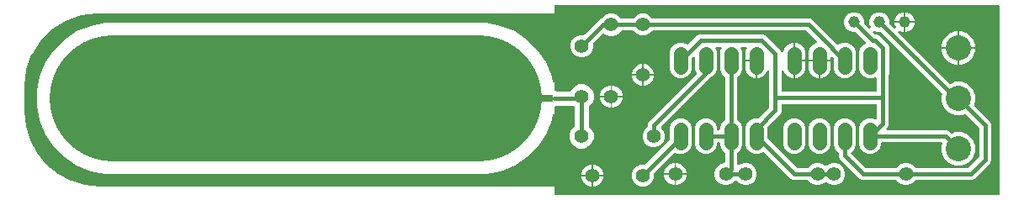
<source format=gbr>
G04 EAGLE Gerber RS-274X export*
G75*
%MOMM*%
%FSLAX34Y34*%
%LPD*%
%INBottom Copper*%
%IPPOS*%
%AMOC8*
5,1,8,0,0,1.08239X$1,22.5*%
G01*
G04 Define Apertures*
%ADD10C,1.158000*%
%ADD11C,1.422400*%
%ADD12C,2.540000*%
%ADD13C,12.700000*%
%ADD14R,1.270000X0.635000*%
%ADD15C,1.400000*%
%ADD16C,0.406400*%
G36*
X545790Y12740D02*
X545957Y12855D01*
X546066Y13025D01*
X546100Y13208D01*
X546100Y85217D01*
X546060Y85415D01*
X545945Y85582D01*
X545775Y85691D01*
X545592Y85725D01*
X544852Y85725D01*
X544654Y85685D01*
X544487Y85570D01*
X544354Y85316D01*
X543172Y79373D01*
X537428Y65506D01*
X529089Y53025D01*
X518475Y42412D01*
X505994Y34073D01*
X492127Y28328D01*
X477405Y25400D01*
X94095Y25400D01*
X79373Y28328D01*
X65506Y34073D01*
X53025Y42412D01*
X42412Y53025D01*
X34073Y65506D01*
X28328Y79373D01*
X25400Y94095D01*
X25400Y109105D01*
X28328Y123827D01*
X34073Y137694D01*
X42412Y150175D01*
X53025Y160789D01*
X65506Y169128D01*
X79373Y174872D01*
X94095Y177800D01*
X477405Y177800D01*
X492127Y174872D01*
X505994Y169128D01*
X518475Y160789D01*
X529089Y150175D01*
X537428Y137694D01*
X543172Y123827D01*
X544354Y117884D01*
X544432Y117697D01*
X544577Y117556D01*
X544852Y117475D01*
X545592Y117475D01*
X545790Y117515D01*
X545957Y117630D01*
X546066Y117800D01*
X546100Y117983D01*
X546100Y186692D01*
X546060Y186890D01*
X545945Y187057D01*
X545775Y187166D01*
X545592Y187200D01*
X85600Y187200D01*
X85543Y187197D01*
X69434Y185382D01*
X69323Y185356D01*
X54023Y180002D01*
X53920Y179953D01*
X40194Y171328D01*
X40105Y171258D01*
X28642Y159795D01*
X28572Y159706D01*
X19947Y145980D01*
X19898Y145878D01*
X14544Y130577D01*
X14518Y130466D01*
X12703Y114357D01*
X12700Y114300D01*
X12700Y88900D01*
X12702Y88850D01*
X14157Y74083D01*
X14176Y73986D01*
X18484Y59786D01*
X18522Y59694D01*
X25516Y46608D01*
X25572Y46526D01*
X34985Y35055D01*
X35055Y34985D01*
X46526Y25572D01*
X46608Y25516D01*
X59694Y18522D01*
X59786Y18484D01*
X73986Y14176D01*
X74083Y14157D01*
X88850Y12702D01*
X88900Y12700D01*
X545592Y12700D01*
X545790Y12740D01*
G37*
G36*
X993181Y4165D02*
X993598Y4450D01*
X993871Y4876D01*
X993956Y5334D01*
X993956Y194566D01*
X993855Y195061D01*
X993570Y195478D01*
X993144Y195751D01*
X992686Y195836D01*
X547370Y195836D01*
X546875Y195735D01*
X546458Y195450D01*
X546185Y195024D01*
X546100Y194566D01*
X546100Y110596D01*
X546201Y110101D01*
X546486Y109684D01*
X546884Y109423D01*
X547711Y109080D01*
X548127Y108805D01*
X548603Y108712D01*
X561575Y108712D01*
X562070Y108813D01*
X562487Y109098D01*
X562748Y109496D01*
X563168Y110510D01*
X566598Y113940D01*
X571079Y115796D01*
X575929Y115796D01*
X580410Y113940D01*
X583840Y110510D01*
X585696Y106029D01*
X585696Y101179D01*
X583840Y96698D01*
X580884Y93742D01*
X580605Y93320D01*
X580512Y92844D01*
X580512Y74156D01*
X580613Y73661D01*
X580884Y73258D01*
X583736Y70406D01*
X585592Y65925D01*
X585592Y61075D01*
X583736Y56594D01*
X580306Y53164D01*
X575825Y51308D01*
X570975Y51308D01*
X566494Y53164D01*
X563064Y56594D01*
X561208Y61075D01*
X561208Y65925D01*
X563064Y70406D01*
X565916Y73258D01*
X566195Y73680D01*
X566288Y74156D01*
X566288Y93052D01*
X566187Y93547D01*
X565916Y93950D01*
X565750Y94116D01*
X565328Y94395D01*
X564852Y94488D01*
X548603Y94488D01*
X548108Y94387D01*
X547711Y94120D01*
X546884Y93777D01*
X546465Y93495D01*
X546189Y93071D01*
X546100Y92604D01*
X546100Y5334D01*
X546201Y4839D01*
X546486Y4422D01*
X546912Y4149D01*
X547370Y4064D01*
X992686Y4064D01*
X993181Y4165D01*
G37*
%LPC*%
G36*
X888402Y179326D02*
X888402Y180524D01*
X889902Y184146D01*
X892674Y186918D01*
X896296Y188418D01*
X897494Y188418D01*
X897494Y179326D01*
X888402Y179326D01*
G37*
G36*
X899018Y179326D02*
X899018Y188418D01*
X900216Y188418D01*
X903838Y186918D01*
X906610Y184146D01*
X908110Y180524D01*
X908110Y179326D01*
X899018Y179326D01*
G37*
G36*
X716201Y14224D02*
X712093Y15925D01*
X708949Y19069D01*
X707248Y23177D01*
X707248Y27623D01*
X708949Y31731D01*
X712093Y34875D01*
X716201Y36576D01*
X716534Y36576D01*
X717029Y36677D01*
X717446Y36962D01*
X717719Y37388D01*
X717804Y37846D01*
X717804Y46423D01*
X717703Y46918D01*
X717432Y47321D01*
X714520Y50233D01*
X712836Y54299D01*
X712836Y56134D01*
X712735Y56629D01*
X712450Y57046D01*
X712024Y57319D01*
X711566Y57404D01*
X710834Y57404D01*
X710339Y57303D01*
X709922Y57018D01*
X709649Y56592D01*
X709564Y56134D01*
X709564Y54299D01*
X707880Y50233D01*
X704767Y47120D01*
X700701Y45436D01*
X696299Y45436D01*
X692233Y47120D01*
X689120Y50233D01*
X687436Y54299D01*
X687436Y72701D01*
X689120Y76767D01*
X692233Y79880D01*
X696299Y81564D01*
X700701Y81564D01*
X704767Y79880D01*
X707880Y76767D01*
X709564Y72701D01*
X709564Y70866D01*
X709665Y70371D01*
X709950Y69954D01*
X710376Y69681D01*
X710834Y69596D01*
X711566Y69596D01*
X712061Y69697D01*
X712478Y69982D01*
X712751Y70408D01*
X712836Y70866D01*
X712836Y72701D01*
X714520Y76767D01*
X717432Y79679D01*
X717711Y80100D01*
X717804Y80577D01*
X717804Y122623D01*
X717703Y123118D01*
X717432Y123521D01*
X714520Y126433D01*
X712836Y130499D01*
X712836Y148901D01*
X714097Y151944D01*
X714193Y152440D01*
X714089Y152935D01*
X713800Y153349D01*
X713372Y153618D01*
X712923Y153700D01*
X709477Y153700D01*
X708981Y153599D01*
X708565Y153314D01*
X708292Y152888D01*
X708207Y152390D01*
X708303Y151944D01*
X709564Y148901D01*
X709564Y130499D01*
X707880Y126433D01*
X704767Y123320D01*
X702737Y122480D01*
X702325Y122204D01*
X653511Y73390D01*
X653232Y72969D01*
X653139Y72472D01*
X653248Y71978D01*
X653511Y71594D01*
X655275Y69831D01*
X656976Y65723D01*
X656976Y61277D01*
X655275Y57169D01*
X652131Y54025D01*
X648023Y52324D01*
X643577Y52324D01*
X639469Y54025D01*
X636325Y57169D01*
X634624Y61277D01*
X634624Y65723D01*
X636325Y69831D01*
X639332Y72837D01*
X639611Y73259D01*
X639704Y73735D01*
X639704Y75513D01*
X640632Y77753D01*
X688576Y125697D01*
X688856Y126119D01*
X688948Y126616D01*
X688852Y127081D01*
X687436Y130499D01*
X687436Y142469D01*
X687335Y142965D01*
X687050Y143382D01*
X686624Y143654D01*
X686126Y143739D01*
X685634Y143623D01*
X685268Y143368D01*
X684536Y142636D01*
X684257Y142214D01*
X684164Y141737D01*
X684164Y130499D01*
X682480Y126433D01*
X679367Y123320D01*
X675301Y121636D01*
X670899Y121636D01*
X666833Y123320D01*
X663720Y126433D01*
X662036Y130499D01*
X662036Y148901D01*
X663720Y152967D01*
X666833Y156080D01*
X670899Y157764D01*
X675301Y157764D01*
X679553Y156003D01*
X680049Y155906D01*
X680543Y156011D01*
X680937Y156278D01*
X689622Y164964D01*
X691863Y165892D01*
X755937Y165892D01*
X758178Y164964D01*
X773518Y149624D01*
X773903Y148693D01*
X774186Y148274D01*
X774609Y147998D01*
X775107Y147910D01*
X775600Y148022D01*
X776010Y148318D01*
X776250Y148693D01*
X778020Y152967D01*
X781133Y156080D01*
X785199Y157764D01*
X786638Y157764D01*
X786638Y121636D01*
X785199Y121636D01*
X781133Y123320D01*
X778020Y126433D01*
X776889Y129163D01*
X776607Y129583D01*
X776183Y129858D01*
X775686Y129947D01*
X775193Y129835D01*
X774783Y129539D01*
X774521Y129107D01*
X774446Y128677D01*
X774446Y109616D01*
X774547Y109121D01*
X774832Y108704D01*
X775258Y108431D01*
X775716Y108346D01*
X868934Y108346D01*
X869429Y108447D01*
X869846Y108732D01*
X870119Y109158D01*
X870204Y109616D01*
X870204Y121559D01*
X870103Y122055D01*
X869818Y122471D01*
X869392Y122744D01*
X868894Y122829D01*
X868448Y122733D01*
X865801Y121636D01*
X861399Y121636D01*
X857333Y123320D01*
X854220Y126433D01*
X852536Y130499D01*
X852536Y148901D01*
X854220Y152967D01*
X857333Y156080D01*
X858396Y156520D01*
X858815Y156802D01*
X859091Y157226D01*
X859179Y157724D01*
X859067Y158216D01*
X858808Y158591D01*
X849061Y168338D01*
X848640Y168617D01*
X848163Y168710D01*
X845496Y168710D01*
X841874Y170210D01*
X839102Y172982D01*
X837602Y176604D01*
X837602Y180524D01*
X839102Y184146D01*
X841874Y186918D01*
X845496Y188418D01*
X849416Y188418D01*
X853038Y186918D01*
X855810Y184146D01*
X857310Y180524D01*
X857310Y177857D01*
X857411Y177362D01*
X857682Y176959D01*
X861998Y172643D01*
X862419Y172364D01*
X862916Y172271D01*
X863410Y172380D01*
X863822Y172672D01*
X864088Y173102D01*
X864165Y173602D01*
X864069Y174027D01*
X863002Y176604D01*
X863002Y180524D01*
X864502Y184146D01*
X867274Y186918D01*
X870896Y188418D01*
X874816Y188418D01*
X878438Y186918D01*
X881210Y184146D01*
X882710Y180524D01*
X882710Y177857D01*
X882811Y177362D01*
X883082Y176959D01*
X887398Y172643D01*
X887819Y172364D01*
X888316Y172271D01*
X888810Y172380D01*
X889222Y172672D01*
X889488Y173102D01*
X889565Y173602D01*
X889469Y174027D01*
X888402Y176604D01*
X888402Y177802D01*
X897494Y177802D01*
X897494Y168710D01*
X896296Y168710D01*
X893719Y169777D01*
X893223Y169874D01*
X892728Y169769D01*
X892314Y169480D01*
X892045Y169052D01*
X891964Y168553D01*
X892084Y168062D01*
X892335Y167706D01*
X943270Y116771D01*
X943692Y116492D01*
X944189Y116399D01*
X944654Y116495D01*
X949165Y118364D01*
X955835Y118364D01*
X961996Y115812D01*
X966712Y111096D01*
X969264Y104935D01*
X969264Y98265D01*
X968180Y95649D01*
X968084Y95153D01*
X968188Y94659D01*
X968456Y94265D01*
X984846Y77875D01*
X985774Y75635D01*
X985774Y38665D01*
X984846Y36425D01*
X968653Y20232D01*
X966413Y19304D01*
X910035Y19304D01*
X909540Y19203D01*
X909137Y18932D01*
X906131Y15925D01*
X902023Y14224D01*
X897577Y14224D01*
X893469Y15925D01*
X890463Y18932D01*
X890041Y19211D01*
X889565Y19304D01*
X855387Y19304D01*
X853147Y20232D01*
X833032Y40347D01*
X832104Y42587D01*
X832104Y46423D01*
X832003Y46918D01*
X831732Y47321D01*
X828820Y50233D01*
X827136Y54299D01*
X827136Y72701D01*
X828820Y76767D01*
X831933Y79880D01*
X835999Y81564D01*
X840401Y81564D01*
X844467Y79880D01*
X847580Y76767D01*
X849264Y72701D01*
X849264Y54299D01*
X847580Y50233D01*
X844882Y47535D01*
X844603Y47114D01*
X844510Y46617D01*
X844619Y46123D01*
X844882Y45739D01*
X858753Y31868D01*
X859174Y31589D01*
X859651Y31496D01*
X889565Y31496D01*
X890060Y31597D01*
X890463Y31868D01*
X893469Y34875D01*
X897577Y36576D01*
X902023Y36576D01*
X906131Y34875D01*
X909137Y31868D01*
X909559Y31589D01*
X910035Y31496D01*
X962149Y31496D01*
X962644Y31597D01*
X963047Y31868D01*
X973210Y42031D01*
X973489Y42452D01*
X973582Y42929D01*
X973582Y71371D01*
X973481Y71866D01*
X973210Y72269D01*
X959835Y85644D01*
X959413Y85923D01*
X958916Y86016D01*
X958451Y85920D01*
X955835Y84836D01*
X949165Y84836D01*
X943004Y87388D01*
X938288Y92104D01*
X935736Y98265D01*
X935736Y104935D01*
X936035Y105656D01*
X936131Y106152D01*
X936027Y106646D01*
X935759Y107040D01*
X874461Y168338D01*
X874040Y168617D01*
X873563Y168710D01*
X870896Y168710D01*
X868319Y169777D01*
X867823Y169874D01*
X867328Y169769D01*
X866914Y169480D01*
X866645Y169052D01*
X866564Y168553D01*
X866684Y168062D01*
X866935Y167706D01*
X868377Y166264D01*
X868798Y165985D01*
X869275Y165892D01*
X870237Y165892D01*
X872478Y164964D01*
X881864Y155578D01*
X882792Y153337D01*
X882792Y126063D01*
X882493Y125340D01*
X882396Y124854D01*
X882396Y74987D01*
X881468Y72747D01*
X880485Y71764D01*
X880206Y71343D01*
X880113Y70846D01*
X880222Y70352D01*
X880514Y69940D01*
X880944Y69674D01*
X881383Y69596D01*
X941013Y69596D01*
X943253Y68668D01*
X945165Y66756D01*
X945587Y66477D01*
X946084Y66384D01*
X946549Y66480D01*
X949165Y67564D01*
X955835Y67564D01*
X961996Y65012D01*
X966712Y60296D01*
X969264Y54135D01*
X969264Y47465D01*
X966712Y41304D01*
X961996Y36588D01*
X955835Y34036D01*
X949165Y34036D01*
X943004Y36588D01*
X938288Y41304D01*
X935736Y47465D01*
X935736Y54135D01*
X936363Y55648D01*
X936460Y56144D01*
X936355Y56639D01*
X936066Y57053D01*
X935638Y57322D01*
X935190Y57404D01*
X875934Y57404D01*
X875439Y57303D01*
X875022Y57018D01*
X874749Y56592D01*
X874664Y56134D01*
X874664Y54299D01*
X872980Y50233D01*
X869867Y47120D01*
X865801Y45436D01*
X861399Y45436D01*
X857333Y47120D01*
X854220Y50233D01*
X852536Y54299D01*
X852536Y72701D01*
X854220Y76767D01*
X857333Y79880D01*
X861399Y81564D01*
X865801Y81564D01*
X868448Y80468D01*
X868944Y80371D01*
X869439Y80475D01*
X869853Y80765D01*
X870122Y81192D01*
X870204Y81641D01*
X870204Y94884D01*
X870103Y95379D01*
X869818Y95796D01*
X869392Y96069D01*
X868934Y96154D01*
X775716Y96154D01*
X775221Y96053D01*
X774804Y95768D01*
X774531Y95342D01*
X774446Y94884D01*
X774446Y88337D01*
X773518Y86097D01*
X760736Y73315D01*
X760457Y72894D01*
X760364Y72417D01*
X760364Y61583D01*
X760465Y61088D01*
X760736Y60685D01*
X789553Y31868D01*
X789974Y31589D01*
X790451Y31496D01*
X800665Y31496D01*
X801160Y31597D01*
X801563Y31868D01*
X804569Y34875D01*
X808677Y36576D01*
X813123Y36576D01*
X817231Y34875D01*
X818252Y33853D01*
X818673Y33574D01*
X819170Y33481D01*
X819664Y33590D01*
X820048Y33853D01*
X821069Y34875D01*
X825177Y36576D01*
X829623Y36576D01*
X833731Y34875D01*
X836875Y31731D01*
X838576Y27623D01*
X838576Y23177D01*
X836875Y19069D01*
X833731Y15925D01*
X829623Y14224D01*
X825177Y14224D01*
X821069Y15925D01*
X820048Y16947D01*
X819627Y17226D01*
X819130Y17319D01*
X818636Y17210D01*
X818252Y16947D01*
X817231Y15925D01*
X813123Y14224D01*
X808677Y14224D01*
X804569Y15925D01*
X801563Y18932D01*
X801141Y19211D01*
X800665Y19304D01*
X786187Y19304D01*
X783947Y20232D01*
X757211Y46968D01*
X756790Y47247D01*
X756293Y47340D01*
X755799Y47231D01*
X755744Y47193D01*
X751501Y45436D01*
X747099Y45436D01*
X743033Y47120D01*
X739920Y50233D01*
X738236Y54299D01*
X738236Y72701D01*
X739920Y76767D01*
X743033Y79880D01*
X747099Y81564D01*
X751217Y81564D01*
X751712Y81665D01*
X752115Y81936D01*
X761882Y91703D01*
X762161Y92124D01*
X762254Y92601D01*
X762254Y128677D01*
X762153Y129173D01*
X761868Y129590D01*
X761442Y129862D01*
X760944Y129947D01*
X760452Y129830D01*
X760044Y129531D01*
X759811Y129163D01*
X758680Y126433D01*
X755567Y123320D01*
X751501Y121636D01*
X750062Y121636D01*
X750062Y140462D01*
X738236Y140462D01*
X738236Y148901D01*
X739497Y151944D01*
X739593Y152440D01*
X739489Y152935D01*
X739200Y153349D01*
X738772Y153618D01*
X738323Y153700D01*
X734877Y153700D01*
X734381Y153599D01*
X733965Y153314D01*
X733692Y152888D01*
X733607Y152390D01*
X733703Y151944D01*
X734964Y148901D01*
X734964Y130499D01*
X733280Y126433D01*
X730368Y123521D01*
X730089Y123100D01*
X729996Y122623D01*
X729996Y80577D01*
X730097Y80082D01*
X730368Y79679D01*
X733280Y76767D01*
X734964Y72701D01*
X734964Y54299D01*
X733280Y50233D01*
X730368Y47321D01*
X730089Y46900D01*
X729996Y46423D01*
X729996Y35767D01*
X730097Y35272D01*
X730382Y34855D01*
X730808Y34583D01*
X731306Y34498D01*
X731798Y34614D01*
X732164Y34869D01*
X732169Y34875D01*
X736277Y36576D01*
X740723Y36576D01*
X744831Y34875D01*
X747975Y31731D01*
X749676Y27623D01*
X749676Y23177D01*
X747975Y19069D01*
X744831Y15925D01*
X740723Y14224D01*
X736277Y14224D01*
X732169Y15925D01*
X729360Y18735D01*
X728939Y19014D01*
X728442Y19107D01*
X727948Y18998D01*
X727564Y18735D01*
X724755Y15925D01*
X720647Y14224D01*
X716201Y14224D01*
G37*
G36*
X835999Y121636D02*
X831933Y123320D01*
X828820Y126433D01*
X827136Y130499D01*
X827136Y141617D01*
X827035Y142112D01*
X826764Y142515D01*
X826032Y143247D01*
X825611Y143526D01*
X825114Y143619D01*
X824620Y143510D01*
X824208Y143218D01*
X823942Y142788D01*
X823864Y142349D01*
X823864Y140462D01*
X801736Y140462D01*
X801736Y148901D01*
X803420Y152967D01*
X806533Y156080D01*
X809576Y157340D01*
X809995Y157623D01*
X810271Y158046D01*
X810360Y158544D01*
X810247Y159037D01*
X809988Y159412D01*
X799844Y169556D01*
X799422Y169835D01*
X798945Y169928D01*
X645235Y169928D01*
X644740Y169827D01*
X644337Y169556D01*
X641331Y166549D01*
X637223Y164848D01*
X632777Y164848D01*
X628669Y166549D01*
X625663Y169556D01*
X625241Y169835D01*
X624765Y169928D01*
X613609Y169928D01*
X613114Y169827D01*
X612711Y169556D01*
X609581Y166425D01*
X605473Y164724D01*
X601027Y164724D01*
X596919Y166425D01*
X596431Y166914D01*
X596010Y167193D01*
X595513Y167286D01*
X595019Y167177D01*
X594635Y166914D01*
X585052Y157331D01*
X584773Y156909D01*
X584680Y156433D01*
X584680Y152181D01*
X582979Y148073D01*
X579835Y144929D01*
X575727Y143228D01*
X571281Y143228D01*
X567173Y144929D01*
X564029Y148073D01*
X562328Y152181D01*
X562328Y156627D01*
X564029Y160735D01*
X567173Y163879D01*
X571281Y165580D01*
X575533Y165580D01*
X576028Y165681D01*
X576431Y165952D01*
X591547Y181068D01*
X593170Y181740D01*
X593589Y182023D01*
X593631Y182086D01*
X596919Y185375D01*
X601027Y187076D01*
X605473Y187076D01*
X609581Y185375D01*
X612463Y182492D01*
X612885Y182213D01*
X613361Y182120D01*
X624765Y182120D01*
X625260Y182221D01*
X625663Y182492D01*
X628669Y185499D01*
X632777Y187200D01*
X637223Y187200D01*
X641331Y185499D01*
X644337Y182492D01*
X644759Y182213D01*
X645235Y182120D01*
X803209Y182120D01*
X805450Y181192D01*
X830363Y156278D01*
X830785Y155999D01*
X831282Y155906D01*
X831747Y156003D01*
X835999Y157764D01*
X840401Y157764D01*
X844467Y156080D01*
X847580Y152967D01*
X849264Y148901D01*
X849264Y130499D01*
X847580Y126433D01*
X844467Y123320D01*
X840401Y121636D01*
X835999Y121636D01*
G37*
G36*
X899018Y168710D02*
X899018Y177802D01*
X908110Y177802D01*
X908110Y176604D01*
X906610Y172982D01*
X903838Y170210D01*
X900216Y168710D01*
X899018Y168710D01*
G37*
G36*
X953262Y153162D02*
X953262Y169164D01*
X955835Y169164D01*
X961996Y166612D01*
X966712Y161896D01*
X969264Y155735D01*
X969264Y153162D01*
X953262Y153162D01*
G37*
G36*
X935736Y153162D02*
X935736Y155735D01*
X938288Y161896D01*
X943004Y166612D01*
X949165Y169164D01*
X951738Y169164D01*
X951738Y153162D01*
X935736Y153162D01*
G37*
G36*
X788162Y140462D02*
X788162Y157764D01*
X789601Y157764D01*
X793667Y156080D01*
X796780Y152967D01*
X798464Y148901D01*
X798464Y140462D01*
X788162Y140462D01*
G37*
G36*
X953262Y135636D02*
X953262Y151638D01*
X969264Y151638D01*
X969264Y149065D01*
X966712Y142904D01*
X961996Y138188D01*
X955835Y135636D01*
X953262Y135636D01*
G37*
G36*
X949165Y135636D02*
X943004Y138188D01*
X938288Y142904D01*
X935736Y149065D01*
X935736Y151638D01*
X951738Y151638D01*
X951738Y135636D01*
X949165Y135636D01*
G37*
G36*
X788162Y121636D02*
X788162Y138938D01*
X798464Y138938D01*
X798464Y130499D01*
X796780Y126433D01*
X793667Y123320D01*
X789601Y121636D01*
X788162Y121636D01*
G37*
G36*
X810599Y121636D02*
X806533Y123320D01*
X803420Y126433D01*
X801736Y130499D01*
X801736Y138938D01*
X812038Y138938D01*
X812038Y121636D01*
X810599Y121636D01*
G37*
G36*
X813562Y121636D02*
X813562Y138938D01*
X823864Y138938D01*
X823864Y130499D01*
X822180Y126433D01*
X819067Y123320D01*
X815001Y121636D01*
X813562Y121636D01*
G37*
G36*
X747099Y121636D02*
X743033Y123320D01*
X739920Y126433D01*
X738236Y130499D01*
X738236Y138938D01*
X748538Y138938D01*
X748538Y121636D01*
X747099Y121636D01*
G37*
G36*
X635762Y125986D02*
X635762Y136400D01*
X637223Y136400D01*
X641331Y134699D01*
X644475Y131555D01*
X646176Y127447D01*
X646176Y125986D01*
X635762Y125986D01*
G37*
G36*
X623824Y125986D02*
X623824Y127447D01*
X625525Y131555D01*
X628669Y134699D01*
X632777Y136400D01*
X634238Y136400D01*
X634238Y125986D01*
X623824Y125986D01*
G37*
G36*
X632777Y114048D02*
X628669Y115749D01*
X625525Y118893D01*
X623824Y123001D01*
X623824Y124462D01*
X634238Y124462D01*
X634238Y114048D01*
X632777Y114048D01*
G37*
G36*
X635762Y114048D02*
X635762Y124462D01*
X646176Y124462D01*
X646176Y123001D01*
X644475Y118893D01*
X641331Y115749D01*
X637223Y114048D01*
X635762Y114048D01*
G37*
G36*
X592074Y104262D02*
X592074Y105723D01*
X593775Y109831D01*
X596919Y112975D01*
X601027Y114676D01*
X602488Y114676D01*
X602488Y104262D01*
X592074Y104262D01*
G37*
G36*
X604012Y104262D02*
X604012Y114676D01*
X605473Y114676D01*
X609581Y112975D01*
X612725Y109831D01*
X614426Y105723D01*
X614426Y104262D01*
X604012Y104262D01*
G37*
G36*
X604012Y92324D02*
X604012Y102738D01*
X614426Y102738D01*
X614426Y101277D01*
X612725Y97169D01*
X609581Y94025D01*
X605473Y92324D01*
X604012Y92324D01*
G37*
G36*
X601027Y92324D02*
X596919Y94025D01*
X593775Y97169D01*
X592074Y101277D01*
X592074Y102738D01*
X602488Y102738D01*
X602488Y92324D01*
X601027Y92324D01*
G37*
G36*
X785199Y45436D02*
X781133Y47120D01*
X778020Y50233D01*
X776336Y54299D01*
X776336Y72701D01*
X778020Y76767D01*
X781133Y79880D01*
X785199Y81564D01*
X789601Y81564D01*
X793667Y79880D01*
X796780Y76767D01*
X798464Y72701D01*
X798464Y54299D01*
X796780Y50233D01*
X793667Y47120D01*
X789601Y45436D01*
X785199Y45436D01*
G37*
G36*
X632777Y12700D02*
X628669Y14401D01*
X625525Y17545D01*
X623824Y21653D01*
X623824Y26099D01*
X625525Y30207D01*
X628669Y33351D01*
X632777Y35052D01*
X637029Y35052D01*
X637524Y35153D01*
X637927Y35424D01*
X661664Y59161D01*
X661943Y59582D01*
X662036Y60059D01*
X662036Y72701D01*
X663720Y76767D01*
X666833Y79880D01*
X670899Y81564D01*
X675301Y81564D01*
X679367Y79880D01*
X682480Y76767D01*
X684164Y72701D01*
X684164Y54299D01*
X682480Y50233D01*
X679367Y47120D01*
X675301Y45436D01*
X670899Y45436D01*
X667640Y46786D01*
X667144Y46883D01*
X666649Y46778D01*
X666256Y46511D01*
X646548Y26803D01*
X646269Y26382D01*
X646176Y25905D01*
X646176Y21653D01*
X644475Y17545D01*
X641331Y14401D01*
X637223Y12700D01*
X632777Y12700D01*
G37*
G36*
X810599Y45436D02*
X806533Y47120D01*
X803420Y50233D01*
X801736Y54299D01*
X801736Y72701D01*
X803420Y76767D01*
X806533Y79880D01*
X810599Y81564D01*
X815001Y81564D01*
X819067Y79880D01*
X822180Y76767D01*
X823864Y72701D01*
X823864Y54299D01*
X822180Y50233D01*
X819067Y47120D01*
X815001Y45436D01*
X810599Y45436D01*
G37*
G36*
X656448Y26162D02*
X656448Y27623D01*
X658149Y31731D01*
X661293Y34875D01*
X665401Y36576D01*
X666862Y36576D01*
X666862Y26162D01*
X656448Y26162D01*
G37*
G36*
X668386Y26162D02*
X668386Y36576D01*
X669847Y36576D01*
X673955Y34875D01*
X677099Y31731D01*
X678800Y27623D01*
X678800Y26162D01*
X668386Y26162D01*
G37*
G36*
X573024Y24638D02*
X573024Y26099D01*
X574725Y30207D01*
X577869Y33351D01*
X581977Y35052D01*
X583438Y35052D01*
X583438Y24638D01*
X573024Y24638D01*
G37*
G36*
X584962Y24638D02*
X584962Y35052D01*
X586423Y35052D01*
X590531Y33351D01*
X593675Y30207D01*
X595376Y26099D01*
X595376Y24638D01*
X584962Y24638D01*
G37*
G36*
X668386Y14224D02*
X668386Y24638D01*
X678800Y24638D01*
X678800Y23177D01*
X677099Y19069D01*
X673955Y15925D01*
X669847Y14224D01*
X668386Y14224D01*
G37*
G36*
X665401Y14224D02*
X661293Y15925D01*
X658149Y19069D01*
X656448Y23177D01*
X656448Y24638D01*
X666862Y24638D01*
X666862Y14224D01*
X665401Y14224D01*
G37*
G36*
X584962Y12700D02*
X584962Y23114D01*
X595376Y23114D01*
X595376Y21653D01*
X593675Y17545D01*
X590531Y14401D01*
X586423Y12700D01*
X584962Y12700D01*
G37*
G36*
X581977Y12700D02*
X577869Y14401D01*
X574725Y17545D01*
X573024Y21653D01*
X573024Y23114D01*
X583438Y23114D01*
X583438Y12700D01*
X581977Y12700D01*
G37*
%LPD*%
D10*
X847456Y178564D03*
X898256Y178564D03*
X872856Y178564D03*
D11*
X645800Y63500D03*
X573400Y63500D03*
X603250Y103500D03*
X603250Y175900D03*
X827400Y25400D03*
X899800Y25400D03*
D12*
X952500Y50800D03*
X952500Y101600D03*
X952500Y152400D03*
D13*
X469900Y101600D02*
X101600Y101600D01*
D14*
X538480Y101600D03*
D15*
X749300Y132700D02*
X749300Y146700D01*
X723900Y146700D02*
X723900Y132700D01*
X698500Y132700D02*
X698500Y146700D01*
X673100Y146700D02*
X673100Y132700D01*
X673100Y70500D02*
X673100Y56500D01*
X698500Y56500D02*
X698500Y70500D01*
X723900Y70500D02*
X723900Y56500D01*
X749300Y56500D02*
X749300Y70500D01*
X863600Y132700D02*
X863600Y146700D01*
X838200Y146700D02*
X838200Y132700D01*
X812800Y132700D02*
X812800Y146700D01*
X787400Y146700D02*
X787400Y132700D01*
X787400Y70500D02*
X787400Y56500D01*
X812800Y56500D02*
X812800Y70500D01*
X838200Y70500D02*
X838200Y56500D01*
X863600Y56500D02*
X863600Y70500D01*
D11*
X738500Y25400D03*
X810900Y25400D03*
X635000Y23876D03*
X584200Y23876D03*
X718424Y25400D03*
X667624Y25400D03*
X635000Y176024D03*
X635000Y125224D03*
X573504Y103604D03*
X573504Y154404D03*
D16*
X979678Y74422D02*
X979678Y39878D01*
X979678Y74422D02*
X952500Y101600D01*
X838200Y63500D02*
X838200Y43800D01*
X856600Y25400D01*
X899800Y25400D01*
X965200Y25400D01*
X979678Y39878D01*
X949820Y101600D02*
X872856Y178564D01*
X949820Y101600D02*
X952500Y101600D01*
X787400Y25400D02*
X749300Y63500D01*
X787400Y25400D02*
X810900Y25400D01*
X939800Y63500D02*
X952500Y50800D01*
X939800Y63500D02*
X863600Y63500D01*
X827400Y25400D02*
X810900Y25400D01*
X768350Y89550D02*
X768350Y102250D01*
X768350Y146171D01*
X876300Y102250D02*
X876300Y76200D01*
X863600Y63500D01*
X876300Y102250D02*
X768350Y102250D01*
X749300Y70500D02*
X749300Y63500D01*
X749300Y70500D02*
X768350Y89550D01*
X847456Y178564D02*
X866224Y159796D01*
X869025Y159796D01*
X876696Y152125D01*
X876696Y127275D01*
X876300Y126879D01*
X876300Y102250D01*
X768350Y146171D02*
X754725Y159796D01*
X693075Y159796D01*
X673100Y139821D01*
X673100Y139700D01*
X698500Y139700D02*
X698500Y127000D01*
X645800Y74300D01*
X645800Y63500D01*
X825896Y152004D02*
X838200Y139700D01*
X825896Y152004D02*
X825896Y152125D01*
X801997Y176024D01*
X635000Y176024D01*
X603374Y176024D01*
X603250Y175900D01*
X595000Y175900D01*
X573504Y154404D01*
X573504Y103604D02*
X571500Y101600D01*
X546100Y101600D01*
X573400Y103500D02*
X573504Y103604D01*
X573400Y103500D02*
X573400Y63500D01*
X635000Y23876D02*
X673100Y61976D01*
X673100Y63500D01*
X718424Y25400D02*
X721162Y28138D01*
X723900Y30876D01*
X723900Y63500D01*
X698500Y63500D01*
X723900Y25400D02*
X738500Y25400D01*
X723900Y25400D02*
X721162Y28138D01*
X723900Y63500D02*
X723900Y139700D01*
M02*

</source>
